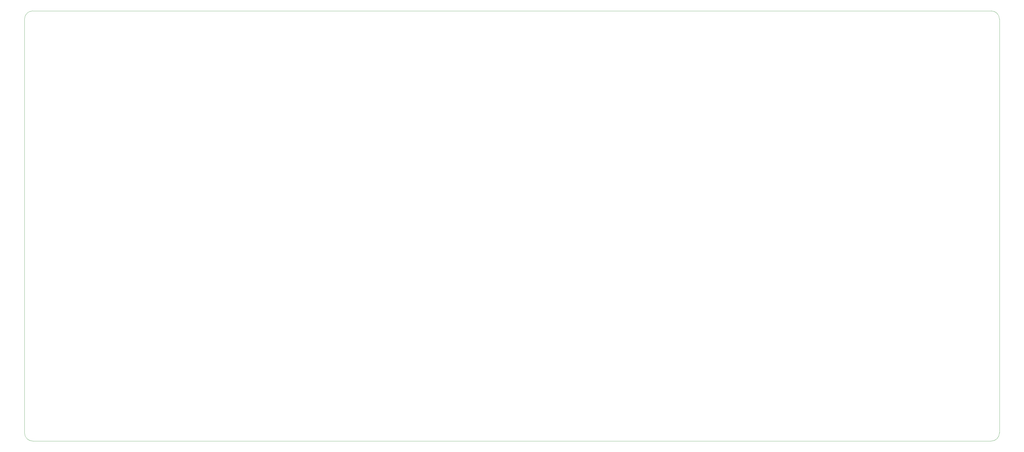
<source format=gm1>
G04 #@! TF.GenerationSoftware,KiCad,Pcbnew,(5.1.9)-1*
G04 #@! TF.CreationDate,2021-05-20T18:43:04+01:00*
G04 #@! TF.ProjectId,ENV_KB-Back,454e565f-4b42-42d4-9261-636b2e6b6963,Rev.1*
G04 #@! TF.SameCoordinates,Original*
G04 #@! TF.FileFunction,Profile,NP*
%FSLAX46Y46*%
G04 Gerber Fmt 4.6, Leading zero omitted, Abs format (unit mm)*
G04 Created by KiCad (PCBNEW (5.1.9)-1) date 2021-05-20 18:43:04*
%MOMM*%
%LPD*%
G01*
G04 APERTURE LIST*
G04 #@! TA.AperFunction,Profile*
%ADD10C,0.100000*%
G04 #@! TD*
G04 APERTURE END LIST*
D10*
X386500000Y-59660000D02*
G75*
G02*
X389500000Y-62660000I0J-3000000D01*
G01*
X34900000Y-62660000D02*
G75*
G02*
X37900000Y-59660000I3000000J0D01*
G01*
X37900000Y-216160000D02*
G75*
G02*
X34900000Y-213160000I0J3000000D01*
G01*
X389500000Y-213160000D02*
G75*
G02*
X386500000Y-216160000I-3000000J0D01*
G01*
X389500000Y-62660000D02*
X389500000Y-213160000D01*
X37900000Y-59660000D02*
X386500000Y-59660000D01*
X34900000Y-213160000D02*
X34900000Y-62660000D01*
X386500000Y-216160000D02*
X37900000Y-216160000D01*
M02*

</source>
